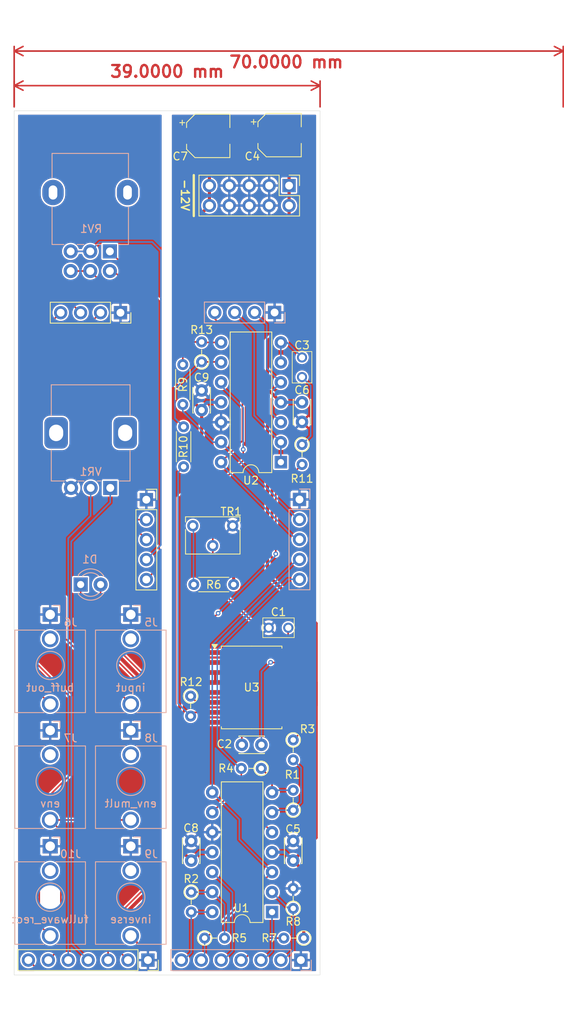
<source format=kicad_pcb>
(kicad_pcb (version 20240108) (generator "pcbnew") (generator_version "8.0")
  (layers (0 "F.Cu" signal) (31 "B.Cu" signal) (34 "B.Paste" user) (35 "F.Paste" user) (36 "B.SilkS" user "B.Silkscreen") (37 "F.SilkS" user "F.Silkscreen") (38 "B.Mask" user) (39 "F.Mask" user) (44 "Edge.Cuts" user))
  (net 0 "")
  (net 1 "GND")
  (net 2 "Net-(U3-RectCap_2)")
  (net 3 "Net-(U3-Output_1)")
  (net 4 "Net-(U3-Rect_2)")
  (net 5 "Net-(U1B--)")
  (net 6 "Net-(C3-Pad1)")
  (net 7 "+12V")
  (net 8 "-12V")
  (net 9 "/LED2")
  (net 10 "/LED1")
  (net 11 "Net-(U2B--)")
  (net 12 "/GAIN_B_23")
  (net 13 "/GAIN_A_1")
  (net 14 "/GAIN_B_1")
  (net 15 "/ENV_OUT")
  (net 16 "/INVERT_OUT")
  (net 18 "/IO board/GAIN_A_1")
  (net 19 "Net-(U3-Output_2)")
  (net 20 "/IO board/GAIN_A_23")
  (net 21 "/OFFSET1")
  (net 22 "Net-(U1D--)")
  (net 23 "/IO board/GAIN_B_1")
  (net 24 "/IO board/GAIN_B_23")
  (net 25 "Net-(U3-Rect_1)")
  (net 26 "Net-(U3-R3_1)")
  (net 27 "Net-(R1-Pad2)")
  (net 28 "/in_jack")
  (net 29 "/BUFF_OUT")
  (net 30 "/OFFSET2")
  (net 36 "/IO board/LED2")
  (net 37 "/IO board/LED1")
  (net 38 "GNDb")
  (net 42 "/IO board/INVERT_OUT")
  (net 45 "Net-(R6-Pad1)")
  (net 46 "/IO board/OFFSET1")
  (net 47 "/IO board/OFFSET2")
  (net 48 "Net-(R13-Pad2)")
  (net 49 "Net-(U1B-+)")
  (net 50 "/IO board/ENV_OUT")
  (net 51 "/IO board/BUFF_OUT")
  (net 52 "/IO board/RECT_OUT")
  (net 53 "/IO board/IN_JACK")
  (net 54 "Net-(U2C--)")
  (footprint "Resistor_THT:R_Axial_DIN0204_L3.6mm_D1.6mm_P5.08mm_Horizontal" (layer "F.Cu") (at 78.8 83.6 90)
    (property "Reference" "R10")
    (property "Value" "47k")
  )
  (footprint "Resistor_THT:R_Axial_DIN0204_L3.6mm_D1.6mm_P2.54mm_Vertical" (layer "F.Cu") (at 81.48 143.6)
    (property "Reference" "R5")
    (property "Value" "47k")
  )
  (footprint "Capacitor_THT:C_Disc_D3.0mm_W2.0mm_P2.50mm" (layer "F.Cu") (at 79.775 131.235 -90)
    (property "Reference" "C8")
    (property "Value" "100n")
  )
  (footprint "Capacitor_SMD:CP_Elec_5x5.4" (layer "F.Cu") (at 91.04 41.4)
    (property "Reference" "C4")
    (property "Value" "10u")
  )
  (footprint "Capacitor_THT:C_Disc_D3.0mm_W2.0mm_P2.50mm" (layer "F.Cu") (at 92.775 133.735 90)
    (property "Reference" "C5")
    (property "Value" "100n")
  )
  (footprint "Resistor_THT:R_Axial_DIN0204_L3.6mm_D1.6mm_P5.08mm_Horizontal" (layer "F.Cu") (at 80.1 98.6)
    (property "Reference" "R6")
    (property "Value" "100k")
  )
  (footprint "Resistor_THT:R_Axial_DIN0204_L3.6mm_D1.6mm_P2.54mm_Vertical" (layer "F.Cu") (at 88.7 122 180)
    (property "Reference" "R4")
    (property "Value" "24k")
  )
  (footprint "Package_DIP:DIP-14_W7.62mm" (layer "F.Cu") (at 91.2 83.025 180)
    (property "Reference" "U2")
    (property "Value" "TL074")
  )
  (footprint "Connector_PinSocket_2.54mm:PinSocket_1x04_P2.54mm_Vertical" (layer "F.Cu") (at 70.75 64 -90)
    (property "Reference" "J11" (hide yes))
    (property "Value" "Conn_01x04")
  )
  (footprint "Connector_PinHeader_2.54mm:PinHeader_2x05_P2.54mm_Vertical" (layer "F.Cu") (at 92.25 47.825 -90)
    (property "Reference" "J2" (hide yes))
    (property "Value" "PWR_IN")
  )
  (footprint "Resistor_THT:R_Axial_DIN0204_L3.6mm_D1.6mm_P5.08mm_Horizontal" (layer "F.Cu") (at 78.7 70.605 -90)
    (property "Reference" "R9")
    (property "Value" "24k")
  )
  (footprint "Capacitor_SMD:CP_Elec_5x5.4" (layer "F.Cu") (at 81.94 41.5)
    (property "Reference" "C7")
    (property "Value" "10u")
  )
  (footprint "SamacSys_Parts:FG18C0G1H101JNT06" (layer "F.Cu") (at 90.9 104.1 180)
    (property "Reference" "C1")
    (property "Value" "2.2u" (hide yes))
  )
  (footprint "Package_SO:SOIC-16W_7.5x10.3mm_P1.27mm" (layer "F.Cu") (at 87.475 111.7)
    (property "Reference" "U3")
    (property "Value" "~")
  )
  (footprint "Capacitor_THT:C_Disc_D3.0mm_W2.0mm_P2.50mm" (layer "F.Cu") (at 93.9 75.4 -90)
    (property "Reference" "C6")
    (property "Value" "100n")
  )
  (footprint "Resistor_THT:R_Axial_DIN0204_L3.6mm_D1.6mm_P2.54mm_Vertical" (layer "F.Cu") (at 93.9 80.78 -90)
    (property "Reference" "R11")
    (property "Value" "6.8k-10k")
  )
  (footprint "Resistor_THT:R_Axial_DIN0204_L3.6mm_D1.6mm_P2.54mm_Vertical" (layer "F.Cu") (at 81.1 70.265 90)
    (property "Reference" "R13")
    (property "Value" "47k")
  )
  (footprint "Connector_PinSocket_2.54mm:PinSocket_1x05_P2.54mm_Vertical" (layer "F.Cu") (at 74.05 87.8)
    (property "Reference" "J13" (hide yes))
    (property "Value" "Conn_01x05")
  )
  (footprint "Resistor_THT:R_Axial_DIN0204_L3.6mm_D1.6mm_P2.54mm_Vertical" (layer "F.Cu") (at 94.12 143.6 180)
    (property "Reference" "R7")
    (property "Value" "100k")
  )
  (footprint "Package_DIP:DIP-14_W7.62mm" (layer "F.Cu") (at 90.075 140.285 180)
    (property "Reference" "U1")
    (property "Value" "TL074")
  )
  (footprint "Resistor_THT:R_Axial_DIN0204_L3.6mm_D1.6mm_P2.54mm_Vertical" (layer "F.Cu") (at 92.775 127.32 90)
    (property "Reference" "R1")
    (property "Value" "47k")
  )
  (footprint "Resistor_THT:R_Axial_DIN0204_L3.6mm_D1.6mm_P2.54mm_Vertical" (layer "F.Cu") (at 79.7 112.8 -90)
    (property "Reference" "R12")
    (property "Value" "3.3k")
  )
  (footprint "Resistor_THT:R_Axial_DIN0204_L3.6mm_D1.6mm_P2.54mm_Vertical" (layer "F.Cu") (at 92.775 118.38 -90)
    (property "Reference" "R3")
    (property "Value" "47k")
  )
  (footprint "Resistor_THT:R_Axial_DIN0204_L3.6mm_D1.6mm_P2.54mm_Vertical" (layer "F.Cu") (at 79.775 137.745 -90)
    (property "Reference" "R2")
    (property "Value" "47k")
  )
  (footprint "Potentiometer_THT:Potentiometer_Bourns_3266W_Vertical" (layer "F.Cu") (at 85.06 91.12)
    (property "Reference" "TR1")
    (property "Value" "100k")
  )
  (footprint "Resistor_THT:R_Axial_DIN0204_L3.6mm_D1.6mm_P2.54mm_Vertical" (layer "F.Cu") (at 92.775 139.82 90)
    (property "Reference" "R8")
    (property "Value" "1k")
  )
  (footprint "SamacSys_Parts:FG18C0G1H101JNT06" (layer "F.Cu") (at 93.9 70.945 90)
    (property "Reference" "C3")
    (property "Value" "2.2u" (hide yes))
  )
  (footprint "Capacitor_THT:C_Disc_D3.0mm_W2.0mm_P2.50mm" (layer "F.Cu") (at 81.1 73.9 -90)
    (property "Reference" "C9")
    (property "Value" "100n")
  )
  (footprint "Capacitor_THT:C_Disc_D3.0mm_W2.0mm_P2.50mm" (layer "F.Cu") (at 88.725 119 180)
    (property "Reference" "C2")
    (property "Value" "0.22u")
  )
  (footprint "Connector_PinSocket_2.54mm:PinSocket_1x07_P2.54mm_Vertical" (layer "F.Cu") (at 74.25 146.4 -90)
    (property "Reference" "J12" (hide yes))
    (property "Value" "Conn_01x07")
  )
  (footprint "WeirdVibes:Thonkiconn" (layer "B.Cu") (at 72.065 131.91 180)
    (property "Reference" "J9")
    (property "Value" "inverse")
  )
  (footprint "WeirdVibes:Thonkiconn" (layer "B.Cu") (at 72.065 117.165 180)
    (property "Reference" "J8")
    (property "Value" "env_mult")
  )
  (footprint "WeirdVibes:Thonkiconn" (layer "B.Cu") (at 61.79 131.91 180)
    (property "Reference" "J10")
    (property "Value" "fullwave_rect")
  )
  (footprint "LED_THT:LED_D3.0mm" (layer "B.Cu") (at 66.945 98.6)
    (property "Reference" "D1")
    (property "Value" "led")
  )
  (footprint "WeirdVibes:Thonkiconn" (layer "B.Cu") (at 61.79 102.42 180)
    (property "Reference" "J6")
    (property "Value" "buff_out")
  )
  (footprint "Connector_PinHeader_2.54mm:PinHeader_1x04_P2.54mm_Vertical" (layer "B.Cu") (at 90.4 63.975 90)
    (property "Reference" "J1" (hide yes))
    (property "Value" "Conn_01x04")
  )
  (footprint "Connector_PinHeader_2.54mm:PinHeader_1x05_P2.54mm_Vertical" (layer "B.Cu") (at 93.575 87.775 180)
    (property "Reference" "J4" (hide yes))
    (property "Value" "Conn_01x05")
  )
  (footprint "Connector_PinHeader_2.54mm:PinHeader_1x07_P2.54mm_Vertical" (layer "B.Cu") (at 93.75 146.4 90)
    (property "Reference" "J3" (hide yes))
    (property "Value" "Conn_01x07")
  )
  (footprint "Potentiometer_THT:Potentiometer_Alps_RK09K_Single_Vertical" (layer "B.Cu") (at 66.95 78.8 90)
    (property "Reference" "VR1")
    (property "Value" "100k")
  )
  (footprint "Potentiometer_THT:Potentiometer_Alpha_RD902F-40-00D_Dual_Vertical" (layer "B.Cu") (at 66.9 48.7 90)
    (property "Reference" "RV1")
    (property "Value" "100k")
  )
  (footprint "WeirdVibes:Thonkiconn" (layer "B.Cu") (at 61.79 117.165 180)
    (property "Reference" "J7")
    (property "Value" "env")
  )
  (footprint "WeirdVibes:Thonkiconn" (layer "B.Cu") (at 72.065 102.42 180)
    (property "Reference" "J5")
    (property "Value" "input")
  )
  (gr_line (start 80.1 46.495) (end 80.1 51.695) (stroke (width 0.3)) (layer "F.SilkS"))
  (gr_rect (start 57.2 38.3) (end 96.2 148.3) (stroke (width 0.05)) (fill none) (layer "Edge.Cuts"))
  (gr_text "-12V" (at 78.4 46.9 270) (layer "F.SilkS") (effects (font (size 1 1) (thickness 0.2) (bold yes)) (justify left bottom)))
  (dimension (type aligned) (layer "F.Cu") (pts (xy 57.2 38.3) (xy 127.2 38.3)) (height -7.6) (gr_text "70.0000 mm" (at 91.9 32.1 0) (layer "F.Cu") (effects (font (size 1.5 1.5) (thickness 0.3)))) (format (prefix "") (suffix "") (units 3) (units_format 1) (precision 4)) (style (thickness 0.2) (arrow_length 1.27) (text_position_mode 2) (extension_height 0.58642) (extension_offset 0.5) keep_text_aligned))
  (dimension (type aligned) (layer "F.Cu") (pts (xy 57.2 38.3) (xy 96.2 38.3)) (height -3.2) (gr_text "39.0000 mm" (at 76.7 33.3 0) (layer "F.Cu") (effects (font (size 1.5 1.5) (thickness 0.3)))) (format (prefix "") (suffix "") (units 3) (units_format 1) (precision 4)) (style (thickness 0.2) (arrow_length 1.27) (text_position_mode 0) (extension_height 0.58642) (extension_offset 0.5) keep_text_aligned))
  (segment (start 92.125 104.125) (end 92.125 107.255) (width 0.2) (layer "F.Cu") (net 2))
  (segment (start 92.15 104.1) (end 92.125 104.125) (width 0.2) (layer "F.Cu") (net 2))
  (segment (start 80.165 114.875) (end 79.7 115.34) (width 0.2) (layer "F.Cu") (net 3))
  (segment (start 83.23137 114.875) (end 82.825 114.875) (width 0.2) (layer "F.Cu") (net 3))
  (segment (start 82.825 114.875) (end 80.165 114.875) (width 0.2) (layer "F.Cu") (net 3))
  (segment (start 86.225 119) (end 86.225 117.86863) (width 0.2) (layer "F.Cu") (net 3))
  (segment (start 86.225 117.86863) (end 83.23137 114.875) (width 0.2) (layer "F.Cu") (net 3))
  (segment (start 78.1 84.3) (end 78.1 113.74) (width 0.2) (layer "B.Cu") (net 3))
  (segment (start 78.1 113.74) (end 79.7 115.34) (width 0.2) (layer "B.Cu") (net 3))
  (segment (start 78.8 83.6) (end 78.1 84.3) (width 0.2) (layer "B.Cu") (net 3))
  (segment (start 92.125 108.525) (end 89.925 108.525) (width 0.2) (layer "F.Cu") (net 4))
  (segment (start 89.9 108.5) (end 89.925 108.525) (width 0.2) (layer "F.Cu") (net 4))
  (via (at 89.9 108.5) (size 0.6) (drill 0.3) (layers "F.Cu" "B.Cu") (net 4))
  (segment (start 88.725 109.675) (end 88.725 119) (width 0.2) (layer "B.Cu") (net 4))
  (segment (start 89.9 108.5) (end 88.725 109.675) (width 0.2) (layer "B.Cu") (net 4))
  (segment (start 90.34 127.32) (end 90.075 127.585) (width 0.2) (layer "B.Cu") (net 5))
  (segment (start 93.775 121.92) (end 93.775 126.32) (width 0.2) (layer "B.Cu") (net 5))
  (segment (start 92.775 127.32) (end 90.34 127.32) (width 0.2) (layer "B.Cu") (net 5))
  (segment (start 93.775 126.32) (end 92.775 127.32) (width 0.2) (layer "B.Cu") (net 5))
  (segment (start 92.775 120.92) (end 93.775 121.92) (width 0.2) (layer "B.Cu") (net 5))
  (segment (start 95 79.68) (end 93.9 80.78) (width 0.2) (layer "B.Cu") (net 6))
  (segment (start 95 73.295) (end 93.9 72.195) (width 0.2) (layer "B.Cu") (net 6))
  (segment (start 95 73.295) (end 95 79.68) (width 0.2) (layer "B.Cu") (net 6))
  (segment (start 89.5 73.705) (end 91.2 75.405) (width 0.4) (layer "F.Cu") (net 7))
  (segment (start 89.5 97.35) (end 92.375 100.225) (width 0.4) (layer "F.Cu") (net 7))
  (segment (start 95.7 130.81) (end 92.775 133.735) (width 0.4) (layer "F.Cu") (net 7))
  (segment (start 92.775 133.735) (end 94.12 135.08) (width 0.4) (layer "F.Cu") (net 7))
  (segment (start 92.25 64.85) (end 89.5 67.6) (width 0.4) (layer "F.Cu") (net 7))
  (segment (start 89.5 72.9) (end 89.5 73.705) (width 0.4) (layer "F.Cu") (net 7))
  (segment (start 92.125 111.065) (end 95.7 111.065) (width 0.4) (layer "F.Cu") (net 7))
  (segment (start 89.5 92.24) (end 85.18 96.56) (width 0.4) (layer "F.Cu") (net 7))
  (segment (start 89.5 92.24) (end 89.5 72.9) (width 0.4) (layer "F.Cu") (net 7))
  (segment (start 92.25 50.365) (end 92.25 64.85) (width 0.4) (layer "F.Cu") (net 7))
  (segment (start 92.25 50.365) (end 92.25 47.825) (width 0.4) (layer "F.Cu") (net 7))
  (segment (start 92.375 100.225) (end 95.7 103.55) (width 0.4) (layer "F.Cu") (net 7))
  (segment (start 88.84 41.4) (end 92.25 44.81) (width 0.4) (layer "F.Cu") (net 7))
  (segment (start 89.5 67.6) (end 89.5 72.9) (width 0.4) (layer "F.Cu") (net 7))
  (segment (start 89.5 92.24) (end 89.5 97.35) (width 0.4) (layer "F.Cu") (net 7))
  (segment (start 95.7 103.55) (end 95.7 114) (width 0.4) (layer "F.Cu") (net 7))
  (segment (start 95.7 111.065) (end 95.7 130.81) (width 0.4) (layer "F.Cu") (net 7))
  (segment (start 94.12 135.08) (end 94.12 143.6) (width 0.4) (layer "F.Cu") (net 7))
  (segment (start 92.25 44.81) (end 92.25 47.825) (width 0.4) (layer "F.Cu") (net 7))
  (segment (start 85.18 96.56) (end 85.18 98.6) (width 0.4) (layer "F.Cu") (net 7))
  (segment (start 90.075 132.665) (end 91.705 132.665) (width 0.4) (layer "B.Cu") (net 7))
  (segment (start 91.705 132.665) (end 92.775 133.735) (width 0.4) (layer "B.Cu") (net 7))
  (segment (start 93.895 75.405) (end 93.9 75.4) (width 0.4) (layer "B.Cu") (net 7))
  (segment (start 91.2 75.405) (end 93.895 75.405) (width 0.4) (layer "B.Cu") (net 7))
  (segment (start 78.3 132.26) (end 79.775 133.735) (width 0.4) (layer "F.Cu") (net 8))
  (segment (start 82.09 50.365) (end 77.6 54.855) (width 0.4) (layer "F.Cu") (net 8))
  (segment (start 84.14 41.5) (end 82.09 43.55) (width 0.4) (layer "F.Cu") (net 8))
  (segment (start 77.6 54.855) (end 77.6 72.9) (width 0.4) (layer "F.Cu") (net 8))
  (segment (start 81.1 76.4) (end 81.1 84.8) (width 0.4) (layer "F.Cu") (net 8))
  (segment (start 77.6 72.9) (end 81.1 76.4) (width 0.4) (layer "F.Cu") (net 8))
  (segment (start 82.09 43.55) (end 82.09 47.825) (width 0.4) (layer "F.Cu") (net 8))
  (segment (start 82.09 47.825) (end 82.09 50.365) (width 0.4) (layer "F.Cu") (net 8))
  (segment (start 81.1 84.8) (end 78.3 87.6) (width 0.4) (layer "F.Cu") (net 8))
  (segment (start 78.3 87.6) (end 78.3 132.26) (width 0.4) (layer "F.Cu") (net 8))
  (segment (start 82.455 132.665) (end 80.845 132.665) (width 0.4) (layer "B.Cu") (net 8))
  (segment (start 81.8 75.4) (end 83.575 75.4) (width 0.4) (layer "B.Cu") (net 8))
  (segment (start 81.1 76.1) (end 81.8 75.4) (width 0.4) (layer "B.Cu") (net 8))
  (segment (start 80.845 132.665) (end 79.775 133.735) (width 0.4) (layer "B.Cu") (net 8))
  (segment (start 83.575 75.4) (end 83.58 75.405) (width 0.4) (layer "B.Cu") (net 8))
  (segment (start 81.1 76.4) (end 81.1 76.1) (width 0.4) (layer "B.Cu") (net 8))
  (segment (start 92.15 139.82) (end 92.775 139.82) (width 0.2) (layer "B.Cu") (net 9))
  (segment (start 92.775 139.82) (end 92.775 145.125) (width 0.2) (layer "B.Cu") (net 9))
  (segment (start 90.075 137.745) (end 92.15 139.82) (width 0.2) (layer "B.Cu") (net 9))
  (segment (start 92.775 145.125) (end 91.5 146.4) (width 0.2) (layer "B.Cu") (net 9))
  (segment (start 90.075 140.285) (end 90.075 145.285) (width 0.2) (layer "B.Cu") (net 10))
  (segment (start 90.075 145.285) (end 88.96 146.4) (width 0.2) (layer "B.Cu") (net 10))
  (segment (start 93.9 69.695) (end 91.99 67.785) (width 0.2) (layer "B.Cu") (net 11))
  (segment (start 91.99 67.785) (end 91.2 67.785) (width 0.2) (layer "B.Cu") (net 11))
  (segment (start 91.2 67.785) (end 91.2 70.325) (width 0.2) (layer "B.Cu") (net 11))
  (segment (start 84.9 81.7) (end 86.3 80.3) (width 0.2) (layer "F.Cu") (net 12))
  (segment (start 86.3 68.3) (end 82.78 64.78) (width 0.2) (layer "F.Cu") (net 12))
  (segment (start 84.9 81.705) (end 84.9 81.7) (width 0.2) (layer "F.Cu") (net 12))
  (segment (start 83.58 83.025) (end 84.9 81.705) (width 0.2) (layer "F.Cu") (net 12))
  (segment (start 86.3 80.3) (end 86.3 68.3) (width 0.2) (layer "F.Cu") (net 12))
  (segment (start 82.78 64.78) (end 82.78 63.975) (width 0.2) (layer "F.Cu") (net 12))
  (segment (start 93.155 92.855) (end 93.575 92.855) (width 0.2) (layer "B.Cu") (net 12))
  (segment (start 83.58 83.025) (end 83.58 83.28) (width 0.2) (layer "B.Cu") (net 12))
  (segment (start 83.58 83.28) (end 93.155 92.855) (width 0.2) (layer "B.Cu") (net 12))
  (segment (start 86.16 123.88) (end 82.455 127.585) (width 0.2) (layer "F.Cu") (net 13))
  (segment (start 86.16 122) (end 86.16 123.88) (width 0.2) (layer "F.Cu") (net 13))
  (segment (start 83.1 106.9) (end 83.1 119.1) (width 0.2) (layer "B.Cu") (net 13))
  (segment (start 92.065 97.935) (end 83.1 106.9) (width 0.2) (layer "B.Cu") (net 13))
  (segment (start 83.1 119.1) (end 86 122) (width 0.2) (layer "B.Cu") (net 13))
  (segment (start 86 122) (end 86.16 122) (width 0.2) (layer "B.Cu") (net 13))
  (segment (start 93.575 97.935) (end 92.065 97.935) (width 0.2) (layer "B.Cu") (net 13))
  (segment (start 83.58 80.485) (end 93.41 90.315) (width 0.2) (layer "B.Cu") (net 14))
  (segment (start 78.7 75.685) (end 78.7 76.6) (width 0.2) (layer "B.Cu") (net 14))
  (segment (start 93.41 90.315) (end 93.575 90.315) (width 0.2) (layer "B.Cu") (net 14))
  (segment (start 82.585 80.485) (end 83.58 80.485) (width 0.2) (layer "B.Cu") (net 14))
  (segment (start 78.7 76.6) (end 82.585 80.485) (width 0.2) (layer "B.Cu") (net 14))
  (segment (start 93.575 90.315) (end 93.115 90.315) (width 0.2) (layer "B.Cu") (net 14))
  (segment (start 90.075 135.205) (end 81.68 143.6) (width 0.2) (layer "F.Cu") (net 15))
  (segment (start 81.68 143.6) (end 81.48 143.6) (width 0.2) (layer "F.Cu") (net 15))
  (segment (start 82.455 125.045) (end 85.905 128.495) (width 0.2) (layer "B.Cu") (net 15))
  (segment (start 93.305 95.395) (end 82.455 106.245) (width 0.2) (layer "B.Cu") (net 15))
  (segment (start 81.48 146.26) (end 81.34 146.4) (width 0.2) (layer "B.Cu") (net 15))
  (segment (start 85.905 131.035) (end 85.905 128.495) (width 0.2) (layer "B.Cu") (net 15))
  (segment (start 82.455 106.245) (end 82.455 125.045) (width 0.2) (layer "B.Cu") (net 15))
  (segment (start 93.575 95.395) (end 93.305 95.395) (width 0.2) (layer "B.Cu") (net 15))
  (segment (start 81.48 143.6) (end 81.48 146.26) (width 0.2) (layer "B.Cu") (net 15))
  (segment (start 90.075 135.205) (end 85.905 131.035) (width 0.2) (layer "B.Cu") (net 15))
  (segment (start 82.455 140.285) (end 79.775 140.285) (width 0.2) (layer "B.Cu") (net 16))
  (segment (start 79.775 145.425) (end 79.775 140.285) (width 0.2) (layer "B.Cu") (net 16))
  (segment (start 78.8 146.4) (end 79.775 145.425) (width 0.2) (layer "B.Cu") (net 16))
  (segment (start 75.7 62.5) (end 69.4 56.2) (width 0.2) (layer "F.Cu") (net 18))
  (segment (start 74.05 97.96) (end 75.7 96.31) (width 0.2) (layer "F.Cu") (net 18))
  (segment (start 75.7 96.31) (end 75.7 62.5) (width 0.2) (layer "F.Cu") (net 18))
  (segment (start 93.475 115.200001) (end 93.475 117.68) (width 0.2) (layer "F.Cu") (net 19))
  (segment (start 93.475 117.68) (end 92.775 118.38) (width 0.2) (layer "F.Cu") (net 19))
  (segment (start 93.149999 114.875) (end 93.475 115.200001) (width 0.2) (layer "F.Cu") (net 19))
  (segment (start 92.125 113.605) (end 92.125 114.875) (width 0.2) (layer "F.Cu") (net 19))
  (segment (start 92.125 114.875) (end 93.149999 114.875) (width 0.2) (layer "F.Cu") (net 19))
  (segment (start 66.9 56.2) (end 64.4 56.2) (width 0.2) (layer "F.Cu") (net 20))
  (segment (start 64.4 56.2) (end 66.9 56.2) (width 0.2) (layer "B.Cu") (net 20))
  (segment (start 75.9 93.57) (end 74.05 95.42) (width 0.2) (layer "B.Cu") (net 20))
  (segment (start 75.9 56.1) (end 75.9 93.57) (width 0.2) (layer "B.Cu") (net 20))
  (segment (start 75.9 56.1) (end 74.8 55) (width 0.2) (layer "B.Cu") (net 20))
  (segment (start 68.1 55) (end 66.9 56.2) (width 0.2) (layer "B.Cu") (net 20))
  (segment (start 74.8 55) (end 68.1 55) (width 0.2) (layer "B.Cu") (net 20))
  (segment (start 91.58 143.6) (end 89.22 143.6) (width 0.2) (layer "F.Cu") (net 21))
  (segment (start 89.22 143.6) (end 86.42 146.4) (width 0.2) (layer "F.Cu") (net 21))
  (segment (start 82.455 137.745) (end 84.02 139.31) (width 0.2) (layer "B.Cu") (net 22))
  (segment (start 84.02 139.31) (end 84.02 143.6) (width 0.2) (layer "B.Cu") (net 22))
  (segment (start 79.775 137.745) (end 82.455 137.745) (width 0.2) (layer "B.Cu") (net 22))
  (segment (start 75.2 84.2) (end 75.2 64) (width 0.2) (layer "F.Cu") (net 23))
  (segment (start 74.05 90.34) (end 72.84 90.34) (width 0.2) (layer "F.Cu") (net 23))
  (segment (start 72.1 89.6) (end 72.1 87.3) (width 0.2) (layer "F.Cu") (net 23))
  (segment (start 75.2 64) (end 69.9 58.7) (width 0.2) (layer "F.Cu") (net 23))
  (segment (start 72.84 90.34) (end 72.1 89.6) (width 0.2) (layer "F.Cu") (net 23))
  (segment (start 69.9 58.7) (end 69.4 58.7) (width 0.2) (layer "F.Cu") (net 23))
  (segment (start 72.1 87.3) (end 75.2 84.2) (width 0.2) (layer "F.Cu") (net 23))
  (segment (start 74.7 83.837552) (end 74.7 64.3) (width 0.2) (layer "F.Cu") (net 24))
  (segment (start 72.1 61.7) (end 69.9 61.7) (width 0.2) (layer "F.Cu") (net 24))
  (segment (start 66.9 58.7) (end 64.4 58.7) (width 0.2) (layer "F.Cu") (net 24))
  (segment (start 71.5 90.33) (end 71.5 87.037552) (width 0.2) (layer "F.Cu") (net 24))
  (segment (start 71.5 87.037552) (end 74.7 83.837552) (width 0.2) (layer "F.Cu") (net 24))
  (segment (start 69.9 61.7) (end 66.9 58.7) (width 0.2) (layer "F.Cu") (net 24))
  (segment (start 74.05 92.88) (end 71.5 90.33) (width 0.2) (layer "F.Cu") (net 24))
  (segment (start 74.7 64.3) (end 72.1 61.7) (width 0.2) (layer "F.Cu") (net 24))
  (segment (start 90.55 86.67) (end 90.55 94.7) (width 0.2) (layer "F.Cu") (net 25))
  (segment (start 83.2 102.25) (end 81.5 103.95) (width 0.2) (layer "F.Cu") (net 25))
  (segment (start 83.2 102.25) (end 83.25 102.2) (width 0.2) (layer "F.Cu") (net 25))
  (segment (start 90.55 86.67) (end 93.9 83.32) (width 0.2) (layer "F.Cu") (net 25))
  (segment (start 81.5 108.224999) (end 81.800001 108.525) (width 0.2) (layer "F.Cu") (net 25))
  (segment (start 81.800001 108.525) (end 82.825 108.525) (width 0.2) (layer "F.Cu") (net 25))
  (segment (start 81.5 103.95) (end 81.5 108.224999) (width 0.2) (layer "F.Cu") (net 25))
  (via (at 83.2 102.25) (size 0.6) (drill 0.3) (layers "F.Cu" "B.Cu") (net 25))
  (via (at 90.55 94.7) (size 0.6) (drill 0.3) (layers "F.Cu" "B.Cu") (net 25))
  (segment (start 90.55 94.9) (end 90.55 94.7) (width 0.2) (layer "B.Cu") (net 25))
  (segment (start 83.2 102.25) (end 90.55 94.9) (width 0.2) (layer "B.Cu") (net 25))
  (segment (start 80.505 113.605) (end 79.7 112.8) (width 0.2) (layer "F.Cu") (net 26))
  (segment (start 82.825 113.605) (end 80.505 113.605) (width 0.2) (layer "F.Cu") (net 26))
  (segment (start 90.075 123.375) (end 90.075 125.045) (width 0.2) (layer "F.Cu") (net 27))
  (segment (start 88.7 122) (end 90.075 123.375) (width 0.2) (layer "F.Cu") (net 27))
  (segment (start 90.075 125.045) (end 90.155 125.045) (width 0.2) (layer "B.Cu") (net 27))
  (segment (start 90.155 125.045) (end 90.42 124.78) (width 0.2) (layer "B.Cu") (net 27))
  (segment (start 90.42 124.78) (end 92.775 124.78) (width 0.2) (layer "B.Cu") (net 27))
  (segment (start 89.4 71.065) (end 91.2 72.865) (width 0.2) (layer "B.Cu") (net 28))
  (segment (start 89.4 65.515) (end 89.4 71.065) (width 0.2) (layer "B.Cu") (net 28))
  (segment (start 90.1 76.845) (end 91.2 77.945) (width 0.2) (layer "B.Cu") (net 28))
  (segment (start 90.1 73.965) (end 90.1 76.845) (width 0.2) (layer "B.Cu") (net 28))
  (segment (start 91.2 72.865) (end 90.1 73.965) (width 0.2) (layer "B.Cu") (net 28))
  (segment (start 87.86 63.975) (end 89.4 65.515) (width 0.2) (layer "B.Cu") (net 28))
  (segment (start 87.8 66.455) (end 85.32 63.975) (width 0.2) (layer "B.Cu") (net 29))
  (segment (start 91.2 80.485) (end 91.2 83.025) (width 0.2) (layer "B.Cu") (net 29))
  (segment (start 91.2 80.485) (end 87.8 77.085) (width 0.2) (layer "B.Cu") (net 29))
  (segment (start 87.8 77.085) (end 87.8 66.455) (width 0.2) (layer "B.Cu") (net 29))
  (segment (start 85.03 137.78) (end 82.455 135.205) (width 0.2) (layer "B.Cu") (net 30))
  (segment (start 83.88 146.4) (end 85.03 145.25) (width 0.2) (layer "B.Cu") (net 30))
  (segment (start 85.03 145.25) (end 85.03 137.78) (width 0.2) (layer "B.Cu") (net 30))
  (segment (start 70.7 145.39) (end 71.71 146.4) (width 0.2) (layer "F.Cu") (net 36))
  (segment (start 68.215 104.615) (end 74.927 111.327) (width 0.2) (layer "F.Cu") (net 36))
  (segment (start 70.7 141.9) (end 70.7 145.39) (width 0.2) (layer "F.Cu") (net 36))
  (segment (start 74.927 137.673) (end 70.7 141.9) (width 0.2) (layer "F.Cu") (net 36))
  (segment (start 74.927 111.327) (end 74.927 137.673) (width 0.2) (layer "F.Cu") (net 36))
  (segment (start 68.215 98.6) (end 68.215 104.615) (width 0.2) (layer "F.Cu") (net 36))
  (segment (start 65.675 98.6) (end 65.675 103.362552) (width 0.2) (layer "F.Cu") (net 37))
  (segment (start 65.7 103.65) (end 73.9 111.85) (width 0.2) (layer "F.Cu") (net 37))
  (segment (start 69.17 141.93) (end 69.17 146.4) (width 0.2) (layer "F.Cu") (net 37))
  (segment (start 73.9 111.85) (end 73.9 137.2) (width 0.2) (layer "F.Cu") (net 37))
  (segment (start 65.7 103.387552) (end 65.7 103.65) (width 0.2) (layer "F.Cu") (net 37))
  (segment (start 73.9 137.2) (end 69.17 141.93) (width 0.2) (layer "F.Cu") (net 37))
  (segment (start 65.675 103.362552) (end 65.7 103.387552) (width 0.2) (layer "F.Cu") (net 37))
  (segment (start 60.16 147.55) (end 59.01 146.4) (width 0.2) (layer "F.Cu") (net 42))
  (segment (start 72.065 143.31) (end 72.86 144.105) (width 0.2) (layer "F.Cu") (net 42))
  (segment (start 72.86 146.876346) (end 72.186346 147.55) (width 0.2) (layer "F.Cu") (net 42))
  (segment (start 72.186346 147.55) (end 60.16 147.55) (width 0.2) (layer "F.Cu") (net 42))
  (segment (start 72.86 144.105) (end 72.86 146.876346) (width 0.2) (layer "F.Cu") (net 42))
  (segment (start 80.06 91.2) (end 79.98 91.12) (width 0.2) (layer "B.Cu") (net 45))
  (segment (start 80.06 98.56) (end 80.06 91.2) (width 0.2) (layer "B.Cu") (net 45))
  (segment (start 80.1 98.6) (end 80.06 98.56) (width 0.2) (layer "B.Cu") (net 45))
  (segment (start 69.45 88.15) (end 64.475 93.125) (width 0.2) (layer "B.Cu") (net 46))
  (segment (start 69.45 86.3) (end 69.45 88.15) (width 0.2) (layer "B.Cu") (net 46))
  (segment (start 64.475 144.245) (end 66.63 146.4) (width 0.2) (layer "B.Cu") (net 46))
  (segment (start 64.475 93.125) (end 64.475 144.245) (width 0.2) (layer "B.Cu") (net 46))
  (segment (start 64.09 92.71) (end 64.09 146.4) (width 0.2) (layer "B.Cu") (net 47))
  (segment (start 66.95 86.3) (end 66.95 89.85) (width 0.2) (layer "B.Cu") (net 47))
  (segment (start 66.95 89.85) (end 64.09 92.71) (width 0.2) (layer "B.Cu") (net 47))
  (segment (start 79.52 67.725) (end 81.1 67.725) (width 0.2) (layer "F.Cu") (net 48))
  (segment (start 78.7 68.545) (end 79.52 67.725) (width 0.2) (layer "F.Cu") (net 48))
  (segment (start 78.7 70.605) (end 78.7 68.545) (width 0.2) (layer "F.Cu") (net 48))
  (segment (start 83.58 67.785) (end 81.16 67.785) (width 0.2) (layer "F.Cu") (net 48))
  (segment (start 81.16 67.785) (end 81.1 67.725) (width 0.2) (layer "F.Cu") (net 48))
  (segment (start 86.4 82.8) (end 82.52 86.68) (width 0.2) (layer "F.Cu") (net 49))
  (segment (start 86.4 81.4) (end 86.4 82.8) (width 0.2) (layer "F.Cu") (net 49))
  (segment (start 87.5 103.3) (end 87.5 127.55) (width 0.2) (layer "F.Cu") (net 49))
  (segment (start 82.52 94.5) (end 82.52 98.32) (width 0.2) (layer "F.Cu") (net 49))
  (segment (start 82.52 98.32) (end 87.5 103.3) (width 0.2) (layer "F.Cu") (net 49))
  (segment (start 82.52 86.68) (end 82.52 94.5) (width 0.2) (layer "F.Cu") (net 49))
  (segment (start 87.5 127.55) (end 90.075 130.125) (width 0.2) (layer "F.Cu") (net 49))
  (segment (start 82.52 93.66) (end 82.52 94.5) (width 0.2) (layer "F.Cu") (net 49))
  (via (at 86.4 81.4) (size 0.6) (drill 0.3) (layers "F.Cu" "B.Cu") (net 49))
  (segment (start 86.4 81.4) (end 86.4 76.1) (width 0.2) (layer "B.Cu") (net 49))
  (segment (start 83.58 73.28) (end 83.58 72.865) (width 0.2) (layer "B.Cu") (net 49))
  (segment (start 86.4 76.1) (end 83.58 73.28) (width 0.2) (layer "B.Cu") (net 49))
  (segment (start 63.155 129.93) (end 61.79 128.565) (width 0.2) (layer "F.Cu") (net 50))
  (segment (start 61.55 146.4) (end 63.155 144.795) (width 0.2) (layer "F.Cu") (net 50))
  (segment (start 61.79 128.565) (end 72.065 128.565) (width 0.2) (layer "F.Cu") (net 50))
  (segment (start 63.155 144.795) (end 63.155 129.93) (width 0.2) (layer "F.Cu") (net 50))
  (segment (start 61.6 62.2) (end 58.8 65) (width 0.2) (layer "F.Cu") (net 51))
  (segment (start 58.8 110.83) (end 61.79 113.82) (width 0.2) (layer "F.Cu") (net 51))
  (segment (start 58.8 65) (end 58.8 110.83) (width 0.2) (layer "F.Cu") (net 51))
  (segment (start 65.67 64) (end 63.87 62.2) (width 0.2) (layer "F.Cu") (net 51))
  (segment (start 63.87 62.2) (end 61.6 62.2) (width 0.2) (layer "F.Cu") (net 51))
  (segment (start 63.13 64) (end 63.1 64) (width 0.2) (layer "F.Cu") (net 52))
  (segment (start 63.1 64) (end 59.4 67.7) (width 0.2) (layer "F.Cu") (net 52))
  (segment (start 59.4 67.7) (end 59.4 108) (width 0.2) (layer "F.Cu") (net 52))
  (segment (start 64.3 122.85) (end 60.4 126.75) (width 0.2) (layer "F.Cu") (net 52))
  (segment (start 59.4 108) (end 64.3 112.9) (width 0.2) (layer "F.Cu") (net 52))
  (segment (start 64.3 112.9) (end 64.3 122.85) (width 0.2) (layer "F.Cu") (net 52))
  (segment (start 60.4 141.92) (end 61.79 143.31) (width 0.2) (layer "F.Cu") (net 52))
  (segment (start 60.4 126.75) (end 60.4 141.92) (width 0.2) (layer "F.Cu") (net 52))
  (segment (start 60.2 96.75) (end 63.75 100.3) (width 0.2) (layer "F.Cu") (net 53))
  (segment (start 64.7 66.1) (end 60.2 70.6) (width 0.2) (layer "F.Cu") (net 53))
  (segment (start 63.75 105.505) (end 72.065 113.82) (width 0.2) (layer "F.Cu") (net 53))
  (segment (start 60.2 70.6) (end 60.2 96.75) (width 0.2) (layer "F.Cu") (net 53))
  (segment (start 63.75 100.3) (end 63.75 105.505) (width 0.2) (layer "F.Cu") (net 53))
  (segment (start 68.21 64) (end 66.11 66.1) (width 0.2) (layer "F.Cu") (net 53))
  (segment (start 66.11 66.1) (end 64.7 66.1) (width 0.2) (layer "F.Cu") (net 53))
  (segment (start 81.1 70.265) (end 83.52 70.265) (width 0.2) (layer "F.Cu") (net 54))
  (segment (start 83.52 70.265) (end 83.58 70.325) (width 0.2) (layer "F.Cu") (net 54))
  (segment (start 77.7 75.3) (end 77.7 73.665) (width 0.2) (layer "B.Cu") (net 54))
  (segment (start 77.7 77.42) (end 78.8 78.52) (width 0.2) (layer "B.Cu") (net 54))
  (segment (start 77.7 77.42) (end 77.7 75.3) (width 0.2) (layer "B.Cu") (net 54))
  (segment (start 81.1 70.265) (end 77.7 73.665) (width 0.2) (layer "B.Cu") (net 54))
  (zone (net 38) (net_name "GNDb") (layers "F&B.Cu") (connect_pads (clearance 0.2)) (min_thickness 0.2) (fill yes (thermal_gap 0.3) (thermal_bridge_width 0.3))
    (polygon (pts (xy 57.1 38.2) (xy 76 38.2) (xy 76 148.4) (xy 57.1 148.4)))
  )
  (zone (net 1) (net_name "GND") (layers "F&B.Cu") (connect_pads (clearance 0.2)) (min_thickness 0.2) (fill yes (thermal_gap 0.3) (thermal_bridge_width 0.3))
    (polygon (pts (xy 77.3 38.2) (xy 96.3 38.2) (xy 96.3 148.4) (xy 77.3 148.4)))
  )
)
</source>
